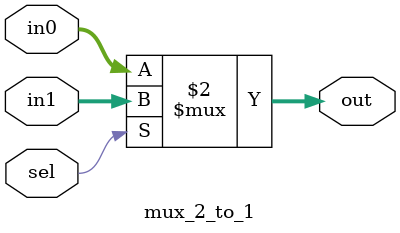
<source format=v>
module mux_2_to_1
#(
	parameter   WIDTH = 32
)
(
  input   sel,
  input   [WIDTH-1:0] in0,
  input   [WIDTH-1:0] in1,
  output reg  [WIDTH-1:0] out
);

  always@* out = sel ? in1 : in0;
	
  
endmodule

</source>
